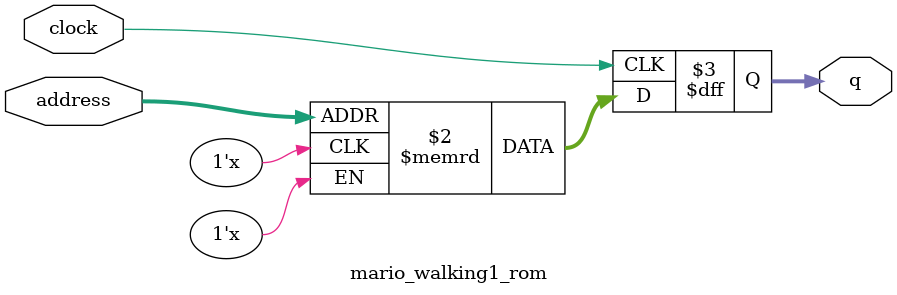
<source format=sv>
module mario_walking1_rom (
	input logic clock,
	input logic [7:0] address,
	output logic [1:0] q
);

logic [1:0] memory [0:255] /* synthesis ram_init_file = "./mario_walking1/mario_walking1.mif" */;

always_ff @ (posedge clock) begin
	q <= memory[address];
end

endmodule

</source>
